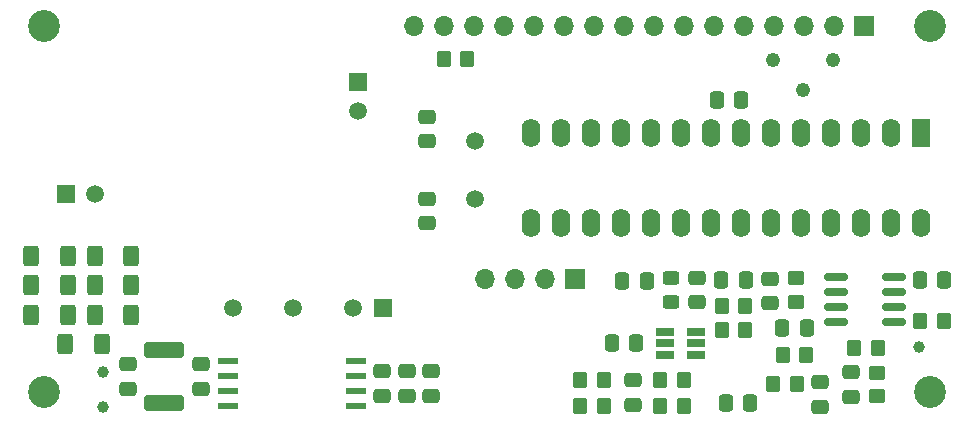
<source format=gts>
G04 #@! TF.GenerationSoftware,KiCad,Pcbnew,(6.0.0-0)*
G04 #@! TF.CreationDate,2022-02-24T15:34:46+01:00*
G04 #@! TF.ProjectId,AC Power Supply,41432050-6f77-4657-9220-537570706c79,rev?*
G04 #@! TF.SameCoordinates,Original*
G04 #@! TF.FileFunction,Soldermask,Top*
G04 #@! TF.FilePolarity,Negative*
%FSLAX46Y46*%
G04 Gerber Fmt 4.6, Leading zero omitted, Abs format (unit mm)*
G04 Created by KiCad (PCBNEW (6.0.0-0)) date 2022-02-24 15:34:46*
%MOMM*%
%LPD*%
G01*
G04 APERTURE LIST*
G04 Aperture macros list*
%AMRoundRect*
0 Rectangle with rounded corners*
0 $1 Rounding radius*
0 $2 $3 $4 $5 $6 $7 $8 $9 X,Y pos of 4 corners*
0 Add a 4 corners polygon primitive as box body*
4,1,4,$2,$3,$4,$5,$6,$7,$8,$9,$2,$3,0*
0 Add four circle primitives for the rounded corners*
1,1,$1+$1,$2,$3*
1,1,$1+$1,$4,$5*
1,1,$1+$1,$6,$7*
1,1,$1+$1,$8,$9*
0 Add four rect primitives between the rounded corners*
20,1,$1+$1,$2,$3,$4,$5,0*
20,1,$1+$1,$4,$5,$6,$7,0*
20,1,$1+$1,$6,$7,$8,$9,0*
20,1,$1+$1,$8,$9,$2,$3,0*%
G04 Aperture macros list end*
%ADD10R,1.560000X0.650000*%
%ADD11RoundRect,0.150000X-0.825000X-0.150000X0.825000X-0.150000X0.825000X0.150000X-0.825000X0.150000X0*%
%ADD12C,1.000000*%
%ADD13C,2.700000*%
%ADD14RoundRect,0.250000X0.450000X-0.350000X0.450000X0.350000X-0.450000X0.350000X-0.450000X-0.350000X0*%
%ADD15RoundRect,0.250000X-0.450000X0.350000X-0.450000X-0.350000X0.450000X-0.350000X0.450000X0.350000X0*%
%ADD16RoundRect,0.250000X-0.400000X-0.625000X0.400000X-0.625000X0.400000X0.625000X-0.400000X0.625000X0*%
%ADD17RoundRect,0.250000X-0.475000X0.337500X-0.475000X-0.337500X0.475000X-0.337500X0.475000X0.337500X0*%
%ADD18RoundRect,0.250000X0.475000X-0.337500X0.475000X0.337500X-0.475000X0.337500X-0.475000X-0.337500X0*%
%ADD19RoundRect,0.250000X-0.350000X-0.450000X0.350000X-0.450000X0.350000X0.450000X-0.350000X0.450000X0*%
%ADD20RoundRect,0.250000X0.350000X0.450000X-0.350000X0.450000X-0.350000X-0.450000X0.350000X-0.450000X0*%
%ADD21RoundRect,0.250000X1.450000X-0.400000X1.450000X0.400000X-1.450000X0.400000X-1.450000X-0.400000X0*%
%ADD22RoundRect,0.250000X0.337500X0.475000X-0.337500X0.475000X-0.337500X-0.475000X0.337500X-0.475000X0*%
%ADD23RoundRect,0.250000X0.400000X0.625000X-0.400000X0.625000X-0.400000X-0.625000X0.400000X-0.625000X0*%
%ADD24RoundRect,0.250000X0.450000X-0.325000X0.450000X0.325000X-0.450000X0.325000X-0.450000X-0.325000X0*%
%ADD25R,1.508000X1.508000*%
%ADD26C,1.508000*%
%ADD27R,1.700000X1.700000*%
%ADD28O,1.700000X1.700000*%
%ADD29RoundRect,0.250000X-0.337500X-0.475000X0.337500X-0.475000X0.337500X0.475000X-0.337500X0.475000X0*%
%ADD30R,1.799999X0.599999*%
%ADD31C,1.219200*%
%ADD32C,1.500000*%
%ADD33R,1.600000X2.400000*%
%ADD34O,1.600000X2.400000*%
G04 APERTURE END LIST*
D10*
X106150000Y-74250000D03*
X106150000Y-73300000D03*
X106150000Y-72350000D03*
X103450000Y-72350000D03*
X103450000Y-74250000D03*
X103450000Y-73300000D03*
D11*
X117925000Y-67695000D03*
X117925000Y-68965000D03*
X117925000Y-70235000D03*
X117925000Y-71505000D03*
X122875000Y-71505000D03*
X122875000Y-70235000D03*
X122875000Y-68965000D03*
X122875000Y-67695000D03*
D12*
X125000000Y-73600000D03*
X55900000Y-78700000D03*
X55900000Y-75700000D03*
D13*
X125900000Y-77400000D03*
X125900000Y-46400000D03*
X50900000Y-46400000D03*
D14*
X114550000Y-69800000D03*
X114550000Y-67800000D03*
D15*
X121400000Y-75800000D03*
X121400000Y-77800000D03*
D16*
X55200000Y-68400000D03*
X58300000Y-68400000D03*
D17*
X83375000Y-61062500D03*
X83375000Y-63137500D03*
D18*
X112400000Y-69887500D03*
X112400000Y-67812500D03*
D19*
X103075000Y-76375000D03*
X105075000Y-76375000D03*
D20*
X114625000Y-76750000D03*
X112625000Y-76750000D03*
D21*
X61100000Y-78325000D03*
X61100000Y-73875000D03*
D20*
X110300000Y-72200000D03*
X108300000Y-72200000D03*
X110300000Y-70100000D03*
X108300000Y-70100000D03*
D18*
X64200000Y-77137500D03*
X64200000Y-75062500D03*
D16*
X49800000Y-65900000D03*
X52900000Y-65900000D03*
D17*
X100775000Y-76437500D03*
X100775000Y-78512500D03*
D19*
X103075000Y-78575000D03*
X105075000Y-78575000D03*
D22*
X127137500Y-67900000D03*
X125062500Y-67900000D03*
D18*
X106200000Y-69837500D03*
X106200000Y-67762500D03*
D16*
X49800000Y-70900000D03*
X52900000Y-70900000D03*
D23*
X58300000Y-65900000D03*
X55200000Y-65900000D03*
D18*
X83713020Y-77737500D03*
X83713020Y-75662500D03*
D13*
X50900000Y-77400000D03*
D20*
X127075000Y-71400000D03*
X125075000Y-71400000D03*
D24*
X104000000Y-69825000D03*
X104000000Y-67775000D03*
D19*
X84750000Y-49250000D03*
X86750000Y-49250000D03*
D25*
X79620000Y-70300000D03*
D26*
X77080000Y-70300000D03*
X72000000Y-70300000D03*
X66920000Y-70300000D03*
D23*
X52900000Y-68400000D03*
X49800000Y-68400000D03*
D27*
X95875000Y-67850000D03*
D28*
X93335000Y-67850000D03*
X90795000Y-67850000D03*
X88255000Y-67850000D03*
D29*
X108637500Y-78375000D03*
X110712500Y-78375000D03*
D25*
X52750000Y-60650000D03*
D26*
X55250000Y-60650000D03*
D19*
X96325000Y-76375000D03*
X98325000Y-76375000D03*
D22*
X101937500Y-68000000D03*
X99862500Y-68000000D03*
D18*
X58000000Y-77137500D03*
X58000000Y-75062500D03*
D30*
X66450001Y-74795000D03*
X66450001Y-76065000D03*
X66450001Y-77335000D03*
X66450001Y-78605000D03*
X77349999Y-78605000D03*
X77349999Y-77335000D03*
X77349999Y-76065000D03*
X77349999Y-74795000D03*
D31*
X117700000Y-49350000D03*
X115160000Y-51890000D03*
X112620000Y-49350000D03*
D17*
X119250000Y-75762500D03*
X119250000Y-77837500D03*
D29*
X98962500Y-73300000D03*
X101037500Y-73300000D03*
D22*
X115487500Y-72000000D03*
X113412500Y-72000000D03*
D20*
X115450000Y-74250000D03*
X113450000Y-74250000D03*
D29*
X107862500Y-52700000D03*
X109937500Y-52700000D03*
X108262500Y-67900000D03*
X110337500Y-67900000D03*
D32*
X87425000Y-56175000D03*
X87425000Y-61055000D03*
D18*
X79513020Y-77737500D03*
X79513020Y-75662500D03*
D23*
X58300000Y-70900000D03*
X55200000Y-70900000D03*
D19*
X119500000Y-73700000D03*
X121500000Y-73700000D03*
D18*
X81613020Y-77737500D03*
X81613020Y-75662500D03*
X83375000Y-56187500D03*
X83375000Y-54112500D03*
D33*
X125125000Y-55475000D03*
D34*
X122585000Y-55475000D03*
X120045000Y-55475000D03*
X117505000Y-55475000D03*
X114965000Y-55475000D03*
X112425000Y-55475000D03*
X109885000Y-55475000D03*
X107345000Y-55475000D03*
X104805000Y-55475000D03*
X102265000Y-55475000D03*
X99725000Y-55475000D03*
X97185000Y-55475000D03*
X94645000Y-55475000D03*
X92105000Y-55475000D03*
X92105000Y-63095000D03*
X94645000Y-63095000D03*
X97185000Y-63095000D03*
X99725000Y-63095000D03*
X102265000Y-63095000D03*
X104805000Y-63095000D03*
X107345000Y-63095000D03*
X109885000Y-63095000D03*
X112425000Y-63095000D03*
X114965000Y-63095000D03*
X117505000Y-63095000D03*
X120045000Y-63095000D03*
X122585000Y-63095000D03*
X125125000Y-63095000D03*
D19*
X96325000Y-78575000D03*
X98325000Y-78575000D03*
D26*
X77500000Y-53650000D03*
D25*
X77500000Y-51150000D03*
D16*
X52700000Y-73400000D03*
X55800000Y-73400000D03*
D17*
X116650000Y-76612500D03*
X116650000Y-78687500D03*
D27*
X120300000Y-46475000D03*
D28*
X117760000Y-46475000D03*
X115220000Y-46475000D03*
X112680000Y-46475000D03*
X110140000Y-46475000D03*
X107600000Y-46475000D03*
X105060000Y-46475000D03*
X102520000Y-46475000D03*
X99980000Y-46475000D03*
X97440000Y-46475000D03*
X94900000Y-46475000D03*
X92360000Y-46475000D03*
X89820000Y-46475000D03*
X87280000Y-46475000D03*
X84740000Y-46475000D03*
X82200000Y-46475000D03*
M02*

</source>
